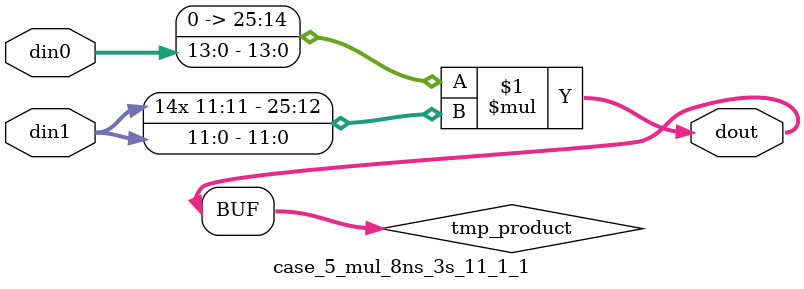
<source format=v>

`timescale 1 ns / 1 ps

 (* use_dsp = "no" *)  module case_5_mul_8ns_3s_11_1_1(din0, din1, dout);
parameter ID = 1;
parameter NUM_STAGE = 0;
parameter din0_WIDTH = 14;
parameter din1_WIDTH = 12;
parameter dout_WIDTH = 26;

input [din0_WIDTH - 1 : 0] din0; 
input [din1_WIDTH - 1 : 0] din1; 
output [dout_WIDTH - 1 : 0] dout;

wire signed [dout_WIDTH - 1 : 0] tmp_product;

























assign tmp_product = $signed({1'b0, din0}) * $signed(din1);










assign dout = tmp_product;





















endmodule

</source>
